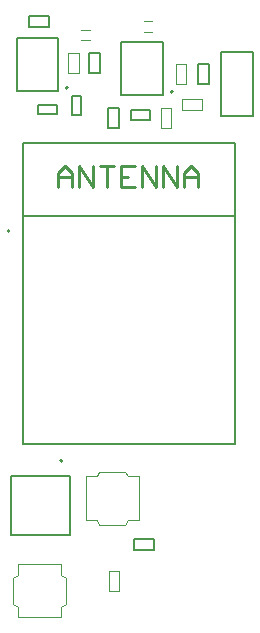
<source format=gbr>
G04*
G04 #@! TF.GenerationSoftware,Altium Limited,Altium Designer,24.9.1 (31)*
G04*
G04 Layer_Color=16711935*
%FSLAX25Y25*%
%MOIN*%
G70*
G04*
G04 #@! TF.SameCoordinates,65E441D1-A48C-4218-98E1-AC23B9FD057C*
G04*
G04*
G04 #@! TF.FilePolarity,Positive*
G04*
G01*
G75*
%ADD10C,0.00787*%
%ADD11C,0.00394*%
%ADD13C,0.00500*%
%ADD61C,0.01000*%
%ADD78C,0.00400*%
D10*
X160665Y281461D02*
G03*
X160665Y281461I-394J0D01*
G01*
X125736Y282784D02*
G03*
X125736Y282784I-394J0D01*
G01*
X106287Y235000D02*
G03*
X106287Y235000I-394J0D01*
G01*
X123784Y158461D02*
G03*
X123784Y158461I-394J0D01*
G01*
X176744Y273252D02*
Y294748D01*
X187256D01*
Y273252D02*
Y294748D01*
X176744Y273252D02*
X187256D01*
X112654Y306772D02*
X119346D01*
Y303228D02*
Y306772D01*
X112654Y303228D02*
X119346D01*
X112654D02*
Y306772D01*
X132728Y287654D02*
Y294346D01*
X136272D01*
Y287654D02*
Y294346D01*
X132728Y287654D02*
X136272D01*
X115686Y273925D02*
X121985D01*
X115686D02*
Y277075D01*
X121985D01*
Y273925D02*
Y277075D01*
X126925Y273850D02*
Y280150D01*
X130075D01*
Y273850D02*
Y280150D01*
X126925Y273850D02*
X130075D01*
X169157Y283925D02*
Y290618D01*
X172701D01*
Y283925D02*
Y290618D01*
X169157Y283925D02*
X172701D01*
X146780Y272197D02*
X153079D01*
X146780D02*
Y275346D01*
X153079D01*
Y272197D02*
Y275346D01*
X139157Y269425D02*
Y276118D01*
X142701D01*
Y269425D02*
Y276118D01*
X139157Y269425D02*
X142701D01*
D11*
X131642Y138717D02*
X135382D01*
X136169Y137240D01*
X144831D01*
X145815Y138717D01*
X149358D01*
Y153283D01*
X145815D02*
X149358D01*
X144831Y154858D02*
X145815Y153283D01*
X136169Y154858D02*
X144831D01*
X135382Y153283D02*
X136169Y154858D01*
X131642Y153283D02*
X135382D01*
X131642Y138717D02*
Y153283D01*
X125728Y294346D02*
X129272D01*
X125728Y287654D02*
X129272D01*
Y294346D01*
X125728Y287654D02*
Y294346D01*
X161657Y290618D02*
X165201D01*
X161657Y283925D02*
X165201D01*
Y290618D01*
X161657Y283925D02*
Y290618D01*
X163583Y279043D02*
X170276D01*
X163583Y275500D02*
X170276D01*
X163583D02*
Y279043D01*
X170276Y275500D02*
Y279043D01*
X160201Y269425D02*
Y276118D01*
X156657Y269425D02*
Y276118D01*
X160201D01*
X156657Y269425D02*
X160201D01*
X139228Y115154D02*
X142772D01*
X139228Y121846D02*
X142772D01*
X139228Y115154D02*
Y121846D01*
X142772Y115154D02*
Y121846D01*
X108972Y124020D02*
X123539D01*
Y120280D02*
Y124020D01*
Y120280D02*
X125114Y119492D01*
Y110831D02*
Y119492D01*
X123539Y109846D02*
X125114Y110831D01*
X123539Y106303D02*
Y109846D01*
X108972Y106303D02*
X123539D01*
X108972D02*
Y109846D01*
X107496Y110831D02*
X108972Y109846D01*
X107496Y110831D02*
Y119492D01*
X108972Y120280D01*
Y124020D01*
D13*
X143539Y280319D02*
X157319D01*
X143539D02*
Y298035D01*
X157319D01*
Y280319D02*
Y298035D01*
X108610Y281642D02*
X122390D01*
X108610D02*
Y299358D01*
X122390D01*
Y281642D02*
Y299358D01*
X147654Y128728D02*
Y132272D01*
X154346Y128728D02*
Y132272D01*
X147654D02*
X154346D01*
X147654Y128728D02*
X154346D01*
X110618Y240118D02*
X181484D01*
X110618D02*
Y264488D01*
Y164094D02*
Y240118D01*
Y164094D02*
X181484D01*
Y240118D01*
Y264488D01*
X110618D02*
X181484D01*
X126343Y133657D02*
Y153343D01*
X106657Y133657D02*
X126343D01*
X106657D02*
Y153343D01*
X126343D01*
D61*
X122429Y249724D02*
Y254390D01*
X124762Y256722D01*
X127094Y254390D01*
Y249724D01*
Y253223D01*
X122429D01*
X129427Y249724D02*
Y256722D01*
X134092Y249724D01*
Y256722D01*
X136425D02*
X141090D01*
X138757D01*
Y249724D01*
X148088Y256722D02*
X143422D01*
Y249724D01*
X148088D01*
X143422Y253223D02*
X145755D01*
X150420Y249724D02*
Y256722D01*
X155085Y249724D01*
Y256722D01*
X157418Y249724D02*
Y256722D01*
X162083Y249724D01*
Y256722D01*
X164416Y249724D02*
Y254390D01*
X166748Y256722D01*
X169081Y254390D01*
Y249724D01*
Y253223D01*
X164416D01*
D78*
X130098Y298850D02*
X132902D01*
X130098Y302201D02*
X132902D01*
X151028Y304921D02*
X153831D01*
X151028Y301571D02*
X153831D01*
M02*

</source>
